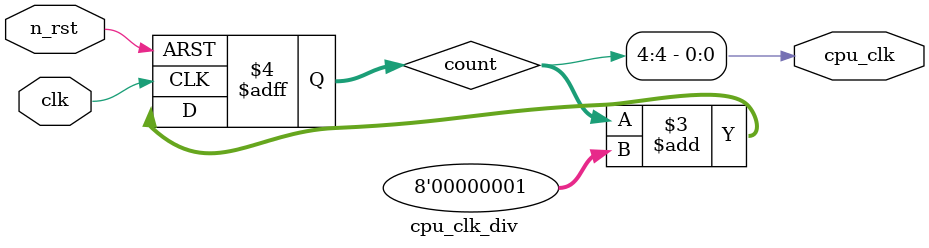
<source format=v>
module cpu_clk_div(n_rst, clk, cpu_clk);

input n_rst;
input clk;	// 50MHz
output cpu_clk;

reg [7:0] count;

always @(posedge clk or negedge n_rst) begin
	if(!n_rst) begin
		count <= 8'h0;
	end
	else begin
		count <= count + 8'h1;
	end
end

assign cpu_clk = count[4];	// div 1/32 = 1.5625MHz

endmodule


</source>
